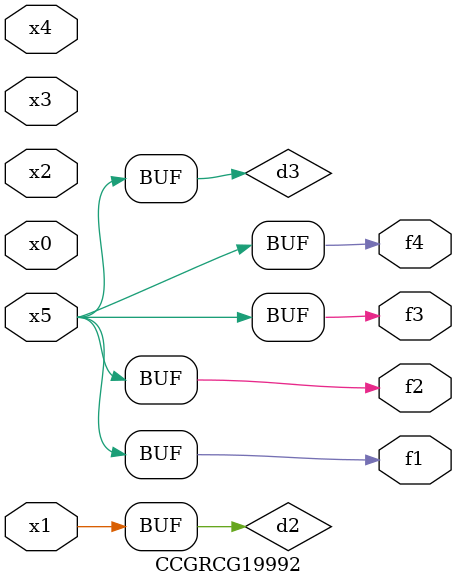
<source format=v>
module CCGRCG19992(
	input x0, x1, x2, x3, x4, x5,
	output f1, f2, f3, f4
);

	wire d1, d2, d3;

	not (d1, x5);
	or (d2, x1);
	xnor (d3, d1);
	assign f1 = d3;
	assign f2 = d3;
	assign f3 = d3;
	assign f4 = d3;
endmodule

</source>
